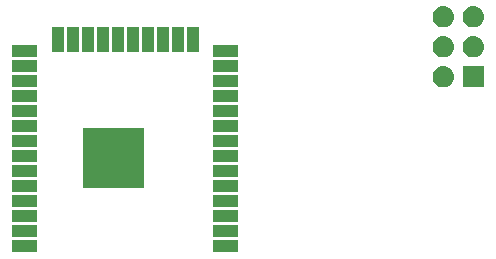
<source format=gbr>
G04 #@! TF.GenerationSoftware,KiCad,Pcbnew,(5.1.4)-1*
G04 #@! TF.CreationDate,2020-04-23T20:30:30-07:00*
G04 #@! TF.ProjectId,tetris,74657472-6973-42e6-9b69-6361645f7063,rev?*
G04 #@! TF.SameCoordinates,Original*
G04 #@! TF.FileFunction,Soldermask,Bot*
G04 #@! TF.FilePolarity,Negative*
%FSLAX46Y46*%
G04 Gerber Fmt 4.6, Leading zero omitted, Abs format (unit mm)*
G04 Created by KiCad (PCBNEW (5.1.4)-1) date 2020-04-23 20:30:30*
%MOMM*%
%LPD*%
G04 APERTURE LIST*
%ADD10C,0.100000*%
G04 APERTURE END LIST*
D10*
G36*
X120295000Y-234308000D02*
G01*
X118193000Y-234308000D01*
X118193000Y-233306000D01*
X120295000Y-233306000D01*
X120295000Y-234308000D01*
X120295000Y-234308000D01*
G37*
G36*
X103295000Y-234308000D02*
G01*
X101193000Y-234308000D01*
X101193000Y-233306000D01*
X103295000Y-233306000D01*
X103295000Y-234308000D01*
X103295000Y-234308000D01*
G37*
G36*
X120295000Y-233038000D02*
G01*
X118193000Y-233038000D01*
X118193000Y-232036000D01*
X120295000Y-232036000D01*
X120295000Y-233038000D01*
X120295000Y-233038000D01*
G37*
G36*
X103295000Y-233038000D02*
G01*
X101193000Y-233038000D01*
X101193000Y-232036000D01*
X103295000Y-232036000D01*
X103295000Y-233038000D01*
X103295000Y-233038000D01*
G37*
G36*
X120295000Y-231768000D02*
G01*
X118193000Y-231768000D01*
X118193000Y-230766000D01*
X120295000Y-230766000D01*
X120295000Y-231768000D01*
X120295000Y-231768000D01*
G37*
G36*
X103295000Y-231768000D02*
G01*
X101193000Y-231768000D01*
X101193000Y-230766000D01*
X103295000Y-230766000D01*
X103295000Y-231768000D01*
X103295000Y-231768000D01*
G37*
G36*
X120295000Y-230498000D02*
G01*
X118193000Y-230498000D01*
X118193000Y-229496000D01*
X120295000Y-229496000D01*
X120295000Y-230498000D01*
X120295000Y-230498000D01*
G37*
G36*
X103295000Y-230498000D02*
G01*
X101193000Y-230498000D01*
X101193000Y-229496000D01*
X103295000Y-229496000D01*
X103295000Y-230498000D01*
X103295000Y-230498000D01*
G37*
G36*
X103295000Y-229228000D02*
G01*
X101193000Y-229228000D01*
X101193000Y-228226000D01*
X103295000Y-228226000D01*
X103295000Y-229228000D01*
X103295000Y-229228000D01*
G37*
G36*
X120295000Y-229228000D02*
G01*
X118193000Y-229228000D01*
X118193000Y-228226000D01*
X120295000Y-228226000D01*
X120295000Y-229228000D01*
X120295000Y-229228000D01*
G37*
G36*
X112295000Y-228858000D02*
G01*
X107193000Y-228858000D01*
X107193000Y-223756000D01*
X112295000Y-223756000D01*
X112295000Y-228858000D01*
X112295000Y-228858000D01*
G37*
G36*
X120295000Y-227958000D02*
G01*
X118193000Y-227958000D01*
X118193000Y-226956000D01*
X120295000Y-226956000D01*
X120295000Y-227958000D01*
X120295000Y-227958000D01*
G37*
G36*
X103295000Y-227958000D02*
G01*
X101193000Y-227958000D01*
X101193000Y-226956000D01*
X103295000Y-226956000D01*
X103295000Y-227958000D01*
X103295000Y-227958000D01*
G37*
G36*
X120295000Y-226688000D02*
G01*
X118193000Y-226688000D01*
X118193000Y-225686000D01*
X120295000Y-225686000D01*
X120295000Y-226688000D01*
X120295000Y-226688000D01*
G37*
G36*
X103295000Y-226688000D02*
G01*
X101193000Y-226688000D01*
X101193000Y-225686000D01*
X103295000Y-225686000D01*
X103295000Y-226688000D01*
X103295000Y-226688000D01*
G37*
G36*
X120295000Y-225418000D02*
G01*
X118193000Y-225418000D01*
X118193000Y-224416000D01*
X120295000Y-224416000D01*
X120295000Y-225418000D01*
X120295000Y-225418000D01*
G37*
G36*
X103295000Y-225418000D02*
G01*
X101193000Y-225418000D01*
X101193000Y-224416000D01*
X103295000Y-224416000D01*
X103295000Y-225418000D01*
X103295000Y-225418000D01*
G37*
G36*
X120295000Y-224148000D02*
G01*
X118193000Y-224148000D01*
X118193000Y-223146000D01*
X120295000Y-223146000D01*
X120295000Y-224148000D01*
X120295000Y-224148000D01*
G37*
G36*
X103295000Y-224148000D02*
G01*
X101193000Y-224148000D01*
X101193000Y-223146000D01*
X103295000Y-223146000D01*
X103295000Y-224148000D01*
X103295000Y-224148000D01*
G37*
G36*
X103295000Y-222878000D02*
G01*
X101193000Y-222878000D01*
X101193000Y-221876000D01*
X103295000Y-221876000D01*
X103295000Y-222878000D01*
X103295000Y-222878000D01*
G37*
G36*
X120295000Y-222878000D02*
G01*
X118193000Y-222878000D01*
X118193000Y-221876000D01*
X120295000Y-221876000D01*
X120295000Y-222878000D01*
X120295000Y-222878000D01*
G37*
G36*
X120295000Y-221608000D02*
G01*
X118193000Y-221608000D01*
X118193000Y-220606000D01*
X120295000Y-220606000D01*
X120295000Y-221608000D01*
X120295000Y-221608000D01*
G37*
G36*
X103295000Y-221608000D02*
G01*
X101193000Y-221608000D01*
X101193000Y-220606000D01*
X103295000Y-220606000D01*
X103295000Y-221608000D01*
X103295000Y-221608000D01*
G37*
G36*
X137778443Y-218561519D02*
G01*
X137844627Y-218568037D01*
X138014466Y-218619557D01*
X138170991Y-218703222D01*
X138206729Y-218732552D01*
X138308186Y-218815814D01*
X138391448Y-218917271D01*
X138420778Y-218953009D01*
X138504443Y-219109534D01*
X138555963Y-219279373D01*
X138573359Y-219456000D01*
X138555963Y-219632627D01*
X138504443Y-219802466D01*
X138420778Y-219958991D01*
X138391448Y-219994729D01*
X138308186Y-220096186D01*
X138206729Y-220179448D01*
X138170991Y-220208778D01*
X138014466Y-220292443D01*
X137844627Y-220343963D01*
X137778442Y-220350482D01*
X137712260Y-220357000D01*
X137623740Y-220357000D01*
X137557558Y-220350482D01*
X137491373Y-220343963D01*
X137321534Y-220292443D01*
X137165009Y-220208778D01*
X137129271Y-220179448D01*
X137027814Y-220096186D01*
X136944552Y-219994729D01*
X136915222Y-219958991D01*
X136831557Y-219802466D01*
X136780037Y-219632627D01*
X136762641Y-219456000D01*
X136780037Y-219279373D01*
X136831557Y-219109534D01*
X136915222Y-218953009D01*
X136944552Y-218917271D01*
X137027814Y-218815814D01*
X137129271Y-218732552D01*
X137165009Y-218703222D01*
X137321534Y-218619557D01*
X137491373Y-218568037D01*
X137557557Y-218561519D01*
X137623740Y-218555000D01*
X137712260Y-218555000D01*
X137778443Y-218561519D01*
X137778443Y-218561519D01*
G37*
G36*
X141109000Y-220357000D02*
G01*
X139307000Y-220357000D01*
X139307000Y-218555000D01*
X141109000Y-218555000D01*
X141109000Y-220357000D01*
X141109000Y-220357000D01*
G37*
G36*
X120295000Y-220338000D02*
G01*
X118193000Y-220338000D01*
X118193000Y-219336000D01*
X120295000Y-219336000D01*
X120295000Y-220338000D01*
X120295000Y-220338000D01*
G37*
G36*
X103295000Y-220338000D02*
G01*
X101193000Y-220338000D01*
X101193000Y-219336000D01*
X103295000Y-219336000D01*
X103295000Y-220338000D01*
X103295000Y-220338000D01*
G37*
G36*
X120295000Y-219068000D02*
G01*
X118193000Y-219068000D01*
X118193000Y-218066000D01*
X120295000Y-218066000D01*
X120295000Y-219068000D01*
X120295000Y-219068000D01*
G37*
G36*
X103295000Y-219068000D02*
G01*
X101193000Y-219068000D01*
X101193000Y-218066000D01*
X103295000Y-218066000D01*
X103295000Y-219068000D01*
X103295000Y-219068000D01*
G37*
G36*
X140318443Y-216021519D02*
G01*
X140384627Y-216028037D01*
X140554466Y-216079557D01*
X140710991Y-216163222D01*
X140746729Y-216192552D01*
X140848186Y-216275814D01*
X140931448Y-216377271D01*
X140960778Y-216413009D01*
X141044443Y-216569534D01*
X141095963Y-216739373D01*
X141113359Y-216916000D01*
X141095963Y-217092627D01*
X141044443Y-217262466D01*
X140960778Y-217418991D01*
X140931448Y-217454729D01*
X140848186Y-217556186D01*
X140746729Y-217639448D01*
X140710991Y-217668778D01*
X140554466Y-217752443D01*
X140384627Y-217803963D01*
X140318443Y-217810481D01*
X140252260Y-217817000D01*
X140163740Y-217817000D01*
X140097557Y-217810481D01*
X140031373Y-217803963D01*
X139861534Y-217752443D01*
X139705009Y-217668778D01*
X139669271Y-217639448D01*
X139567814Y-217556186D01*
X139484552Y-217454729D01*
X139455222Y-217418991D01*
X139371557Y-217262466D01*
X139320037Y-217092627D01*
X139302641Y-216916000D01*
X139320037Y-216739373D01*
X139371557Y-216569534D01*
X139455222Y-216413009D01*
X139484552Y-216377271D01*
X139567814Y-216275814D01*
X139669271Y-216192552D01*
X139705009Y-216163222D01*
X139861534Y-216079557D01*
X140031373Y-216028037D01*
X140097557Y-216021519D01*
X140163740Y-216015000D01*
X140252260Y-216015000D01*
X140318443Y-216021519D01*
X140318443Y-216021519D01*
G37*
G36*
X137778443Y-216021519D02*
G01*
X137844627Y-216028037D01*
X138014466Y-216079557D01*
X138170991Y-216163222D01*
X138206729Y-216192552D01*
X138308186Y-216275814D01*
X138391448Y-216377271D01*
X138420778Y-216413009D01*
X138504443Y-216569534D01*
X138555963Y-216739373D01*
X138573359Y-216916000D01*
X138555963Y-217092627D01*
X138504443Y-217262466D01*
X138420778Y-217418991D01*
X138391448Y-217454729D01*
X138308186Y-217556186D01*
X138206729Y-217639448D01*
X138170991Y-217668778D01*
X138014466Y-217752443D01*
X137844627Y-217803963D01*
X137778443Y-217810481D01*
X137712260Y-217817000D01*
X137623740Y-217817000D01*
X137557557Y-217810481D01*
X137491373Y-217803963D01*
X137321534Y-217752443D01*
X137165009Y-217668778D01*
X137129271Y-217639448D01*
X137027814Y-217556186D01*
X136944552Y-217454729D01*
X136915222Y-217418991D01*
X136831557Y-217262466D01*
X136780037Y-217092627D01*
X136762641Y-216916000D01*
X136780037Y-216739373D01*
X136831557Y-216569534D01*
X136915222Y-216413009D01*
X136944552Y-216377271D01*
X137027814Y-216275814D01*
X137129271Y-216192552D01*
X137165009Y-216163222D01*
X137321534Y-216079557D01*
X137491373Y-216028037D01*
X137557557Y-216021519D01*
X137623740Y-216015000D01*
X137712260Y-216015000D01*
X137778443Y-216021519D01*
X137778443Y-216021519D01*
G37*
G36*
X120295000Y-217798000D02*
G01*
X118193000Y-217798000D01*
X118193000Y-216796000D01*
X120295000Y-216796000D01*
X120295000Y-217798000D01*
X120295000Y-217798000D01*
G37*
G36*
X103295000Y-217798000D02*
G01*
X101193000Y-217798000D01*
X101193000Y-216796000D01*
X103295000Y-216796000D01*
X103295000Y-217798000D01*
X103295000Y-217798000D01*
G37*
G36*
X116960000Y-217348000D02*
G01*
X115958000Y-217348000D01*
X115958000Y-215246000D01*
X116960000Y-215246000D01*
X116960000Y-217348000D01*
X116960000Y-217348000D01*
G37*
G36*
X106800000Y-217348000D02*
G01*
X105798000Y-217348000D01*
X105798000Y-215246000D01*
X106800000Y-215246000D01*
X106800000Y-217348000D01*
X106800000Y-217348000D01*
G37*
G36*
X105530000Y-217348000D02*
G01*
X104528000Y-217348000D01*
X104528000Y-215246000D01*
X105530000Y-215246000D01*
X105530000Y-217348000D01*
X105530000Y-217348000D01*
G37*
G36*
X109340000Y-217348000D02*
G01*
X108338000Y-217348000D01*
X108338000Y-215246000D01*
X109340000Y-215246000D01*
X109340000Y-217348000D01*
X109340000Y-217348000D01*
G37*
G36*
X110610000Y-217348000D02*
G01*
X109608000Y-217348000D01*
X109608000Y-215246000D01*
X110610000Y-215246000D01*
X110610000Y-217348000D01*
X110610000Y-217348000D01*
G37*
G36*
X111880000Y-217348000D02*
G01*
X110878000Y-217348000D01*
X110878000Y-215246000D01*
X111880000Y-215246000D01*
X111880000Y-217348000D01*
X111880000Y-217348000D01*
G37*
G36*
X108070000Y-217348000D02*
G01*
X107068000Y-217348000D01*
X107068000Y-215246000D01*
X108070000Y-215246000D01*
X108070000Y-217348000D01*
X108070000Y-217348000D01*
G37*
G36*
X113150000Y-217348000D02*
G01*
X112148000Y-217348000D01*
X112148000Y-215246000D01*
X113150000Y-215246000D01*
X113150000Y-217348000D01*
X113150000Y-217348000D01*
G37*
G36*
X114420000Y-217348000D02*
G01*
X113418000Y-217348000D01*
X113418000Y-215246000D01*
X114420000Y-215246000D01*
X114420000Y-217348000D01*
X114420000Y-217348000D01*
G37*
G36*
X115690000Y-217348000D02*
G01*
X114688000Y-217348000D01*
X114688000Y-215246000D01*
X115690000Y-215246000D01*
X115690000Y-217348000D01*
X115690000Y-217348000D01*
G37*
G36*
X140318443Y-213481519D02*
G01*
X140384627Y-213488037D01*
X140554466Y-213539557D01*
X140710991Y-213623222D01*
X140746729Y-213652552D01*
X140848186Y-213735814D01*
X140931448Y-213837271D01*
X140960778Y-213873009D01*
X141044443Y-214029534D01*
X141095963Y-214199373D01*
X141113359Y-214376000D01*
X141095963Y-214552627D01*
X141044443Y-214722466D01*
X140960778Y-214878991D01*
X140931448Y-214914729D01*
X140848186Y-215016186D01*
X140746729Y-215099448D01*
X140710991Y-215128778D01*
X140554466Y-215212443D01*
X140384627Y-215263963D01*
X140318443Y-215270481D01*
X140252260Y-215277000D01*
X140163740Y-215277000D01*
X140097557Y-215270481D01*
X140031373Y-215263963D01*
X139861534Y-215212443D01*
X139705009Y-215128778D01*
X139669271Y-215099448D01*
X139567814Y-215016186D01*
X139484552Y-214914729D01*
X139455222Y-214878991D01*
X139371557Y-214722466D01*
X139320037Y-214552627D01*
X139302641Y-214376000D01*
X139320037Y-214199373D01*
X139371557Y-214029534D01*
X139455222Y-213873009D01*
X139484552Y-213837271D01*
X139567814Y-213735814D01*
X139669271Y-213652552D01*
X139705009Y-213623222D01*
X139861534Y-213539557D01*
X140031373Y-213488037D01*
X140097557Y-213481519D01*
X140163740Y-213475000D01*
X140252260Y-213475000D01*
X140318443Y-213481519D01*
X140318443Y-213481519D01*
G37*
G36*
X137778443Y-213481519D02*
G01*
X137844627Y-213488037D01*
X138014466Y-213539557D01*
X138170991Y-213623222D01*
X138206729Y-213652552D01*
X138308186Y-213735814D01*
X138391448Y-213837271D01*
X138420778Y-213873009D01*
X138504443Y-214029534D01*
X138555963Y-214199373D01*
X138573359Y-214376000D01*
X138555963Y-214552627D01*
X138504443Y-214722466D01*
X138420778Y-214878991D01*
X138391448Y-214914729D01*
X138308186Y-215016186D01*
X138206729Y-215099448D01*
X138170991Y-215128778D01*
X138014466Y-215212443D01*
X137844627Y-215263963D01*
X137778443Y-215270481D01*
X137712260Y-215277000D01*
X137623740Y-215277000D01*
X137557557Y-215270481D01*
X137491373Y-215263963D01*
X137321534Y-215212443D01*
X137165009Y-215128778D01*
X137129271Y-215099448D01*
X137027814Y-215016186D01*
X136944552Y-214914729D01*
X136915222Y-214878991D01*
X136831557Y-214722466D01*
X136780037Y-214552627D01*
X136762641Y-214376000D01*
X136780037Y-214199373D01*
X136831557Y-214029534D01*
X136915222Y-213873009D01*
X136944552Y-213837271D01*
X137027814Y-213735814D01*
X137129271Y-213652552D01*
X137165009Y-213623222D01*
X137321534Y-213539557D01*
X137491373Y-213488037D01*
X137557557Y-213481519D01*
X137623740Y-213475000D01*
X137712260Y-213475000D01*
X137778443Y-213481519D01*
X137778443Y-213481519D01*
G37*
M02*

</source>
